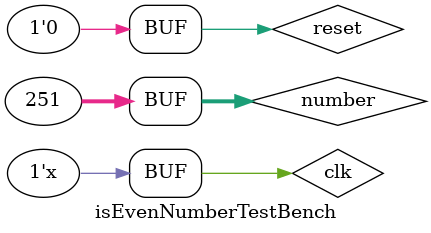
<source format=v>
`define CLOCK_TIME 200

module isEvenNumberTestBench();
	wire result;
	reg[2:0] counter;
	reg clk;
	reg reset;
	reg go_i;
	reg[31:0] number;
	// output wire, input reg

	initial begin
		clk <= 1'b0;
		counter <= 3'b000;
		reset <= 1'b0;
		number <= 32'b00000000000000000000000011111011;
		go_i <= 1'b1;
	end

	always #`CLOCK_TIME clk <= ~clk;
	isEvenNumber ien(result, clk, reset, go_i, number);
	// counter'in 0 lanmasi gerekiyor her turdan sonra
	

	
	always @(posedge clk) begin
		if (counter == 3'b000)
			go_i <= 1'b1;
		else 
			go_i <= 1'b0;
		if (counter == 3'b011)
			begin
			$display("result: %1d", result);
			end
		if (counter <= 3'b100)
			counter <= counter + 1;		
	end
	
endmodule
</source>
